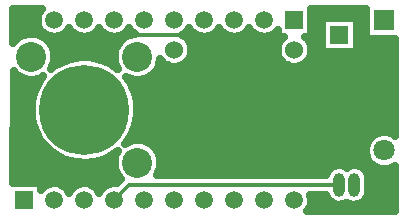
<source format=gbr>
G04 DipTrace 2.4.0.2*
%INBottom.gbr*%
%MOIN*%
%ADD13C,0.013*%
%ADD14C,0.025*%
%ADD15C,0.063*%
%ADD16R,0.063X0.063*%
%ADD17R,0.0709X0.0709*%
%ADD18C,0.0709*%
%ADD19C,0.3*%
%ADD20C,0.1*%
%ADD21R,0.0591X0.0591*%
%ADD22C,0.0591*%
%ADD24O,0.0394X0.0787*%
%ADD25C,0.06*%
%ADD26C,0.06*%
%FSLAX44Y44*%
G04*
G70*
G90*
G75*
G01*
%LNBottom*%
%LPD*%
X16190Y5190D2*
D13*
Y5690D1*
X15190Y6690D1*
Y7190D1*
X4690Y10690D2*
X5190Y10190D1*
X11190D1*
X11690Y9690D1*
Y9190D1*
X12190Y8690D1*
X14690D1*
X15190Y8190D1*
Y7190D1*
Y5190D2*
X8190D1*
X7690Y4690D1*
X4350Y10806D2*
D14*
X5118D1*
X14274D2*
X16044D1*
X4350Y10558D2*
X5122D1*
X14274D2*
X14587D1*
X15793D2*
X16044D1*
X4350Y10309D2*
X5255D1*
X6125D2*
X6254D1*
X7125D2*
X7254D1*
X8125D2*
X8254D1*
X10125D2*
X10254D1*
X11125D2*
X11254D1*
X12125D2*
X12254D1*
X14274D2*
X14587D1*
X15793D2*
X16044D1*
X5418Y10060D2*
X7962D1*
X10141D2*
X13239D1*
X14141D2*
X14587D1*
X15793D2*
X17029D1*
X5625Y9812D2*
X7755D1*
X10266D2*
X13114D1*
X14266D2*
X14587D1*
X15793D2*
X17029D1*
X5704Y9563D2*
X7677D1*
X10266D2*
X13114D1*
X14266D2*
X17029D1*
X5700Y9314D2*
X5974D1*
X7407D2*
X7681D1*
X10137D2*
X13243D1*
X14137D2*
X17029D1*
X9141Y9065D2*
X17029D1*
X4350Y8817D2*
X4482D1*
X8899D2*
X17029D1*
X4350Y8568D2*
X5134D1*
X8246D2*
X17029D1*
X4350Y8319D2*
X5017D1*
X8364D2*
X17029D1*
X4350Y8071D2*
X4943D1*
X8438D2*
X17029D1*
X4350Y7822D2*
X4904D1*
X8473D2*
X17029D1*
X4350Y7573D2*
X4904D1*
X8477D2*
X17029D1*
X4350Y7325D2*
X4939D1*
X8442D2*
X17029D1*
X4350Y7076D2*
X5009D1*
X8371D2*
X17029D1*
X4350Y6827D2*
X5126D1*
X8254D2*
X16282D1*
X4350Y6579D2*
X5294D1*
X8875D2*
X16095D1*
X4350Y6330D2*
X5540D1*
X9129D2*
X16044D1*
X4350Y6081D2*
X5939D1*
X7442D2*
X7685D1*
X9231D2*
X16103D1*
X4350Y5833D2*
X7673D1*
X9243D2*
X15044D1*
X15336D2*
X15544D1*
X15836D2*
X16310D1*
X4350Y5584D2*
X7747D1*
X9168D2*
X14747D1*
X16133D2*
X17029D1*
X4350Y5335D2*
X7845D1*
X16176D2*
X17029D1*
X6110Y5086D2*
X6266D1*
X7110D2*
X7266D1*
X16176D2*
X17029D1*
X14254Y4838D2*
X14732D1*
X16149D2*
X17029D1*
X14266Y4589D2*
X14943D1*
X15938D2*
X17029D1*
X14153Y4340D2*
X17029D1*
X8451Y7565D2*
X8415Y7318D1*
X8345Y7078D1*
X8243Y6850D1*
X8108Y6640D1*
X8052Y6569D1*
X8115Y6606D1*
X8231Y6653D1*
X8353Y6680D1*
X8478Y6687D1*
X8602Y6674D1*
X8722Y6640D1*
X8835Y6587D1*
X8939Y6517D1*
X9029Y6431D1*
X9104Y6331D1*
X9162Y6221D1*
X9201Y6102D1*
X9223Y5922D1*
X9213Y5798D1*
X9182Y5677D1*
X9105Y5519D1*
X14749Y5520D1*
X14822Y5665D1*
X14910Y5754D1*
X15018Y5815D1*
X15139Y5846D1*
X15263Y5843D1*
X15383Y5807D1*
X15438Y5771D1*
X15518Y5815D1*
X15639Y5846D1*
X15763Y5843D1*
X15883Y5807D1*
X15988Y5740D1*
X16071Y5647D1*
X16127Y5536D1*
X16152Y5387D1*
X16148Y4993D1*
X16135Y4870D1*
X16086Y4755D1*
X16008Y4658D1*
X15907Y4585D1*
X15790Y4542D1*
X15665Y4532D1*
X15543Y4555D1*
X15442Y4605D1*
X15290Y4542D1*
X15165Y4532D1*
X15043Y4555D1*
X14931Y4611D1*
X14838Y4694D1*
X14771Y4798D1*
X14752Y4862D1*
X14225Y4860D1*
X14250Y4690D1*
X14236Y4566D1*
X14195Y4448D1*
X14110Y4323D1*
X17055Y4325D1*
Y5837D1*
X16908Y5760D1*
X16787Y5728D1*
X16663Y5721D1*
X16539Y5739D1*
X16422Y5781D1*
X16316Y5846D1*
X16224Y5931D1*
X16152Y6033D1*
X16101Y6147D1*
X16075Y6269D1*
X16073Y6394D1*
X16096Y6516D1*
X16144Y6632D1*
X16214Y6735D1*
X16303Y6823D1*
X16407Y6891D1*
X16524Y6936D1*
X16647Y6957D1*
X16771Y6954D1*
X16893Y6925D1*
X17006Y6872D1*
X17053Y6838D1*
X17055Y10071D1*
X16071D1*
Y11059D1*
X15805Y11055D1*
X14246D1*
X14250Y10625D1*
Y10130D1*
X14043D1*
X14103Y10076D1*
X14177Y9976D1*
X14228Y9862D1*
X14255Y9690D1*
X14241Y9566D1*
X14201Y9448D1*
X14135Y9342D1*
X14048Y9253D1*
X13943Y9185D1*
X13826Y9142D1*
X13702Y9125D1*
X13578Y9136D1*
X13459Y9174D1*
X13352Y9237D1*
X13261Y9323D1*
X13191Y9426D1*
X13145Y9542D1*
X13126Y9665D1*
X13134Y9789D1*
X13169Y9909D1*
X13230Y10018D1*
X13342Y10131D1*
X13130Y10130D1*
X13129Y10342D1*
X13042Y10254D1*
X12936Y10187D1*
X12819Y10145D1*
X12695Y10130D1*
X12571Y10143D1*
X12453Y10182D1*
X12346Y10247D1*
X12257Y10334D1*
X12191Y10436D1*
X12129Y10342D1*
X12042Y10254D1*
X11936Y10187D1*
X11819Y10145D1*
X11695Y10130D1*
X11571Y10143D1*
X11453Y10182D1*
X11346Y10247D1*
X11257Y10334D1*
X11191Y10436D1*
X11129Y10342D1*
X11042Y10254D1*
X10936Y10187D1*
X10819Y10145D1*
X10695Y10130D1*
X10571Y10143D1*
X10453Y10182D1*
X10346Y10247D1*
X10257Y10334D1*
X10191Y10436D1*
X10129Y10342D1*
X10042Y10254D1*
X9946Y10193D1*
X10008Y10157D1*
X10103Y10076D1*
X10177Y9976D1*
X10228Y9862D1*
X10255Y9690D1*
X10241Y9566D1*
X10201Y9448D1*
X10135Y9342D1*
X10048Y9253D1*
X9943Y9185D1*
X9826Y9142D1*
X9702Y9125D1*
X9578Y9136D1*
X9459Y9174D1*
X9352Y9237D1*
X9261Y9323D1*
X9219Y9384D1*
X9182Y9212D1*
X9133Y9098D1*
X9065Y8993D1*
X8981Y8900D1*
X8884Y8822D1*
X8775Y8761D1*
X8657Y8719D1*
X8534Y8697D1*
X8409Y8694D1*
X8286Y8712D1*
X8167Y8750D1*
X8059Y8805D1*
X8198Y8607D1*
X8312Y8385D1*
X8394Y8149D1*
X8442Y7904D1*
X8455Y7690D1*
X8451Y7565D1*
X7810Y6327D2*
X7656Y6213D1*
X7438Y6091D1*
X7205Y6002D1*
X6961Y5946D1*
X6712Y5925D1*
X6463Y5940D1*
X6218Y5989D1*
X5983Y6073D1*
X5762Y6189D1*
X5559Y6335D1*
X5379Y6508D1*
X5225Y6705D1*
X5101Y6922D1*
X5008Y7154D1*
X4950Y7396D1*
X4926Y7645D1*
X4937Y7895D1*
X4983Y8140D1*
X5064Y8376D1*
X5177Y8599D1*
X5323Y8807D1*
X5239Y8761D1*
X5122Y8719D1*
X4999Y8697D1*
X4874Y8694D1*
X4750Y8712D1*
X4631Y8750D1*
X4520Y8807D1*
X4420Y8881D1*
X4326Y8980D1*
X4325Y5246D1*
X4755Y5250D1*
X5250D1*
Y5035D1*
X5331Y5120D1*
X5435Y5189D1*
X5551Y5233D1*
X5675Y5250D1*
X5799Y5240D1*
X5918Y5202D1*
X6026Y5139D1*
X6117Y5053D1*
X6191Y4939D1*
X6244Y5030D1*
X6331Y5120D1*
X6435Y5189D1*
X6551Y5233D1*
X6675Y5250D1*
X6799Y5240D1*
X6918Y5202D1*
X7026Y5139D1*
X7117Y5053D1*
X7191Y4939D1*
X7244Y5030D1*
X7331Y5120D1*
X7435Y5189D1*
X7551Y5233D1*
X7675Y5250D1*
X7772Y5242D1*
X7915Y5382D1*
X7797Y5537D1*
X7743Y5650D1*
X7708Y5770D1*
X7693Y5894D1*
X7699Y6019D1*
X7725Y6141D1*
X7770Y6257D1*
X7812Y6328D1*
X5571Y9055D2*
X5687Y9142D1*
X5902Y9269D1*
X6132Y9365D1*
X6374Y9427D1*
X6623Y9454D1*
X6872Y9446D1*
X7118Y9402D1*
X7356Y9325D1*
X7580Y9214D1*
X7786Y9073D1*
X7807Y9056D1*
X7743Y9186D1*
X7708Y9305D1*
X7693Y9429D1*
X7699Y9554D1*
X7725Y9676D1*
X7770Y9793D1*
X7834Y9900D1*
X7914Y9996D1*
X8009Y10077D1*
X8115Y10142D1*
X8231Y10188D1*
X8388Y10218D1*
X8257Y10334D1*
X8191Y10436D1*
X8129Y10342D1*
X8042Y10254D1*
X7936Y10187D1*
X7819Y10145D1*
X7695Y10130D1*
X7571Y10143D1*
X7453Y10182D1*
X7346Y10247D1*
X7257Y10334D1*
X7191Y10436D1*
X7129Y10342D1*
X7042Y10254D1*
X6936Y10187D1*
X6819Y10145D1*
X6695Y10130D1*
X6571Y10143D1*
X6453Y10182D1*
X6346Y10247D1*
X6257Y10334D1*
X6191Y10436D1*
X6129Y10342D1*
X6042Y10254D1*
X5936Y10187D1*
X5819Y10145D1*
X5695Y10130D1*
X5571Y10143D1*
X5453Y10182D1*
X5346Y10247D1*
X5257Y10334D1*
X5189Y10439D1*
X5146Y10556D1*
X5130Y10680D1*
X5141Y10804D1*
X5180Y10923D1*
X5269Y11055D1*
X4325D1*
Y9934D1*
X4378Y9996D1*
X4473Y10077D1*
X4580Y10142D1*
X4696Y10188D1*
X4818Y10216D1*
X4942Y10223D1*
X5066Y10209D1*
X5187Y10176D1*
X5300Y10123D1*
X5403Y10053D1*
X5493Y9967D1*
X5569Y9867D1*
X5627Y9756D1*
X5666Y9638D1*
X5687Y9458D1*
X5677Y9333D1*
X5647Y9212D1*
X5570Y9055D1*
X14735Y10770D2*
X15770D1*
Y9610D1*
X14610D1*
Y10770D1*
X14735D1*
D15*
X15190Y7190D3*
D16*
Y10190D3*
D17*
X16690Y10690D3*
D18*
Y6340D3*
D19*
X6690Y7690D3*
D20*
X8458Y5922D3*
X4922D3*
Y9458D3*
X8458D3*
D21*
X13690Y10690D3*
D22*
X12690D3*
X11690D3*
X10690D3*
X9690D3*
X8690D3*
X7690D3*
X6690D3*
X5690D3*
X4690D3*
D21*
Y4690D3*
D22*
X5690D3*
X6690D3*
X7690D3*
X8690D3*
X9690D3*
X10690D3*
X11690D3*
X12690D3*
X13690D3*
G36*
X16387Y5485D2*
X16288Y5584D1*
X16092D1*
X15993Y5485D1*
Y4895D1*
X16092Y4796D1*
X16288D1*
X16387Y4895D1*
Y5485D1*
G37*
D24*
X15690Y5190D3*
X15190D3*
D25*
X9690Y9690D3*
D26*
X13690D3*
M02*

</source>
